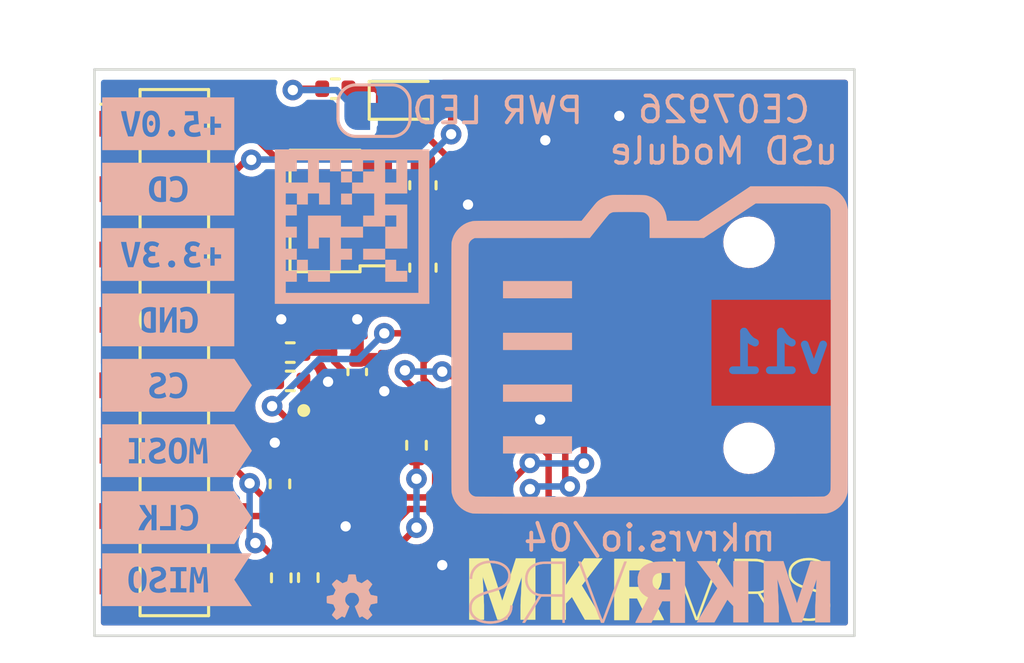
<source format=kicad_pcb>
(kicad_pcb (version 20210722) (generator pcbnew)
  (title_block (title "Makerverse Micro SD Module") (date "2021-09-14") (comment 1 "Designed at Core Electronics by Brenton Schulz") (comment 2 "Makerverse and the makerverse logo are trademarks of Core Electronics Pty Ltd.") (comment 3 "License: CCASAv4.0 https://creativecommons.org/licenses/by-sa/4.0/"))
  (layers (0 "F.Cu" signal) (31 "B.Cu" signal) (34 "B.Paste" user) (35 "F.Paste" user) (36 "B.SilkS" user "B.Silkscreen") (37 "F.SilkS" user "F.Silkscreen") (38 "B.Mask" user) (39 "F.Mask" user) (44 "Edge.Cuts" user))
  (net 0 "")
  (net 1 "+5V")
  (net 2 "GND")
  (net 3 "+3V3")
  (net 4 "Net-(D1-Pad1)")
  (net 5 "/CS")
  (net 6 "/CLK")
  (net 7 "/CD")
  (net 8 "/MOSI")
  (net 9 "/MISO")
  (net 11 "Net-(J2-Pad2)")
  (net 12 "Net-(J2-Pad3)")
  (net 14 "Net-(JP1-Pad2)")
  (net 15 "Net-(J2-Pad5)")
  (net 17 "Net-(R1-Pad1)")
  (net 18 "Net-(R6-Pad1)")
  (net 19 "Net-(R7-Pad1)")
  (footprint "Fiducial:Fiducial_1mm_Mask2mm" (layer "F.Cu") (at 150.099999 92.994256)
    (fp_text reference "FID1")
    (fp_text value "Fiducial")
    (pad "" smd circle locked (at 0 0) (size 1 1) (layers "F.Cu" "F.Mask") (clearance 0.5))
  )
  (footprint "Capacitor_SMD:C_0603_1608Metric" (layer "F.Cu") (at 154.749999 94.994256 -90)
    (fp_text reference "C1")
    (fp_text value "10uF")
    (pad "1" smd roundrect locked (at -0.775 0 270) (size 0.9 0.95) (layers "F.Cu" "F.Paste" "F.Mask") (net 1 "+5V"))
    (pad "2" smd roundrect locked (at 0.775 0 270) (size 0.9 0.95) (layers "F.Cu" "F.Paste" "F.Mask") (net 2 "GND"))
  )
  (footprint "lib:Micro-SD-9Pin" (layer "F.Cu") (at 167.409999 101.209256 90)
    (fp_text reference "J2")
    (fp_text value "Micro_SD_Card")
    (pad "" np_thru_hole circle (at -4 0 90) (size 1.5 1.5) (drill 1.5) (layers F&B.Cu *.Mask))
    (pad "" np_thru_hole circle (at 4 0 90) (size 1.5 1.5) (drill 1.5) (layers F&B.Cu *.Mask))
    (pad "1" smd rect (at 3.2 -10.45 90) (size 0.7 1.6) (layers "F.Cu" "F.Paste" "F.Mask"))
    (pad "2" smd rect (at 2.1 -10.45 90) (size 0.7 1.6) (layers "F.Cu" "F.Paste" "F.Mask") (net 11 "Net-(J2-Pad2)"))
    (pad "3" smd rect (at 1 -10.45 90) (size 0.7 1.6) (layers "F.Cu" "F.Paste" "F.Mask") (net 12 "Net-(J2-Pad3)"))
    (pad "4" smd rect (at -0.1 -10.45 90) (size 0.7 1.6) (layers "F.Cu" "F.Paste" "F.Mask") (net 3 "+3V3"))
    (pad "5" smd rect (at -1.2 -10.45 90) (size 0.7 1.6) (layers "F.Cu" "F.Paste" "F.Mask") (net 15 "Net-(J2-Pad5)"))
    (pad "6" smd rect (at -2.3 -10.45 90) (size 0.7 1.6) (layers "F.Cu" "F.Paste" "F.Mask") (net 2 "GND"))
    (pad "7" smd rect (at -3.4 -10.45 90) (size 0.7 1.6) (layers "F.Cu" "F.Paste" "F.Mask") (net 9 "/MISO"))
    (pad "8" smd rect (at -4.5 -10.45 90) (size 0.7 1.6) (layers "F.Cu" "F.Paste" "F.Mask"))
    (pad "9" smd rect (at -5.6 -10.45 90) (size 0.7 1.6) (layers "F.Cu" "F.Paste" "F.Mask") (net 7 "/CD"))
    (pad "10" smd rect (at -7 -10 90) (size 1.2 1.8) (layers "F.Cu" "F.Paste" "F.Mask") (net 2 "GND"))
    (pad "10" smd rect (at 8.85 -0.4 90) (size 1.2 2.2) (layers "F.Cu" "F.Paste" "F.Mask") (net 2 "GND"))
    (pad "10" smd rect (at -7 -0.4 90) (size 1.2 2.2) (layers "F.Cu" "F.Paste" "F.Mask") (net 2 "GND"))
    (pad "10" smd rect (at 8.05 -10 90) (size 1.2 1.8) (layers "F.Cu" "F.Paste" "F.Mask") (net 2 "GND"))
  )
  (footprint "Resistor_SMD:R_0402_1005Metric" (layer "F.Cu") (at 149.249999 110.244256 90)
    (fp_text reference "R4")
    (fp_text value "4k7")
    (pad "1" smd roundrect locked (at -0.51 0 90) (size 0.54 0.64) (layers "F.Cu" "F.Paste" "F.Mask") (net 3 "+3V3"))
    (pad "2" smd roundrect locked (at 0.51 0 90) (size 0.54 0.64) (layers "F.Cu" "F.Paste" "F.Mask") (net 8 "/MOSI"))
  )
  (footprint "Package_TO_SOT_SMD:SOT-89-3" (layer "F.Cu") (at 151.249999 95.994256 180)
    (fp_text reference "U2")
    (fp_text value "AMS1117-3.3")
    (pad "1" smd rect locked (at -1.65 -1.5 180) (size 1.3 0.9) (layers "F.Cu" "F.Paste" "F.Mask") (net 2 "GND"))
    (pad "2" smd custom locked (at -1.5625 0 180) (size 1.475 0.9) (layers "F.Cu" "F.Paste" "F.Mask") (net 3 "+3V3") (options (clearance outline) (anchor rect)) (primitives (gr_poly (pts (xy 3.8625 0.8665) (xy 0.7375 0.8665) (xy 0.7375 -0.8665) (xy 3.8625 -0.8665)) (width 0) (fill yes))))
    (pad "3" smd rect locked (at -1.65 1.5 180) (size 1.3 0.9) (layers "F.Cu" "F.Paste" "F.Mask") (net 1 "+5V"))
  )
  (footprint "CoreElectronics_Artwork:makerverse_logo_short_14.0x2.4mm" (layer "F.Cu") (at 163.549999 110.694256)
    (fp_text reference "G***" hide)
    (fp_text value "LOGO" hide)
  )
  (footprint "LED_SMD:LED_0603_1608Metric" (layer "F.Cu") (at 154.149999 91.694256)
    (fp_text reference "D1")
    (fp_text value "LED")
    (pad "1" smd roundrect locked (at -0.7875 0) (size 0.875 0.95) (layers "F.Cu" "F.Paste" "F.Mask") (net 4 "Net-(D1-Pad1)"))
    (pad "2" smd roundrect locked (at 0.7875 0) (size 0.875 0.95) (layers "F.Cu" "F.Paste" "F.Mask") (net 3 "+3V3"))
  )
  (footprint "Resistor_SMD:R_0402_1005Metric" (layer "F.Cu") (at 154.499999 105.094256 -90)
    (fp_text reference "R7")
    (fp_text value "4k7")
    (pad "1" smd roundrect locked (at -0.51 0 270) (size 0.54 0.64) (layers "F.Cu" "F.Paste" "F.Mask") (net 19 "Net-(R7-Pad1)"))
    (pad "2" smd roundrect locked (at 0.51 0 270) (size 0.54 0.64) (layers "F.Cu" "F.Paste" "F.Mask") (net 6 "/CLK"))
  )
  (footprint "CoreElectronics_Components:PinHeader_1x08_P2.54mm_Vertical_SMD_Symmetric" (layer "F.Cu") (at 145.099999 101.494256)
    (fp_text reference "J1")
    (fp_text value "Conn_01x08_Male")
    (pad "1" smd rect locked (at 1.647 -8.89) (size 2.51 1) (layers "F.Cu" "F.Paste" "F.Mask") (net 1 "+5V"))
    (pad "1" smd rect locked (at -1.655 -8.89) (size 2.51 1) (layers "F.Cu" "F.Paste" "F.Mask") (net 1 "+5V"))
    (pad "2" smd rect locked (at 1.655 -6.35) (size 2.51 1) (layers "F.Cu" "F.Paste" "F.Mask") (net 7 "/CD"))
    (pad "2" smd rect locked (at -1.647 -6.35) (size 2.51 1) (layers "F.Cu" "F.Paste" "F.Mask") (net 7 "/CD"))
    (pad "3" smd rect locked (at 1.647 -3.81) (size 2.51 1) (layers "F.Cu" "F.Paste" "F.Mask") (net 3 "+3V3"))
    (pad "3" smd rect locked (at -1.655 -3.81) (size 2.51 1) (layers "F.Cu" "F.Paste" "F.Mask") (net 3 "+3V3"))
    (pad "4" smd rect locked (at -1.647 -1.27) (size 2.51 1) (layers "F.Cu" "F.Paste" "F.Mask") (net 2 "GND"))
    (pad "4" smd rect locked (at 1.655 -1.27) (size 2.51 1) (layers "F.Cu" "F.Paste" "F.Mask") (net 2 "GND"))
    (pad "5" smd rect locked (at -1.655 1.27) (size 2.51 1) (layers "F.Cu" "F.Paste" "F.Mask") (net 5 "/CS"))
    (pad "5" smd rect locked (at 1.647 1.27) (size 2.51 1) (layers "F.Cu" "F.Paste" "F.Mask") (net 5 "/CS"))
    (pad "6" smd rect locked (at -1.647 3.81) (size 2.51 1) (layers "F.Cu" "F.Paste" "F.Mask") (net 8 "/MOSI"))
    (pad "6" smd rect locked (at 1.655 3.81) (size 2.51 1) (layers "F.Cu" "F.Paste" "F.Mask") (net 8 "/MOSI"))
    (pad "7" smd rect locked (at -1.655 6.35) (size 2.51 1) (layers "F.Cu" "F.Paste" "F.Mask") (net 6 "/CLK"))
    (pad "7" smd rect locked (at 1.647 6.35) (size 2.51 1) (layers "F.Cu" "F.Paste" "F.Mask") (net 6 "/CLK"))
    (pad "8" smd rect locked (at 1.655 8.89) (size 2.51 1) (layers "F.Cu" "F.Paste" "F.Mask") (net 9 "/MISO"))
    (pad "8" smd rect locked (at -1.647 8.89) (size 2.51 1) (layers "F.Cu" "F.Paste" "F.Mask") (net 9 "/MISO"))
  )
  (footprint "Resistor_SMD:R_0402_1005Metric" (layer "F.Cu") (at 149.599999 102.594256 180)
    (fp_text reference "R1")
    (fp_text value "4k7")
    (pad "1" smd roundrect locked (at -0.51 0 180) (size 0.54 0.64) (layers "F.Cu" "F.Paste" "F.Mask") (net 17 "Net-(R1-Pad1)"))
    (pad "2" smd roundrect locked (at 0.51 0 180) (size 0.54 0.64) (layers "F.Cu" "F.Paste" "F.Mask") (net 5 "/CS"))
  )
  (footprint "Resistor_SMD:R_0402_1005Metric" (layer "F.Cu") (at 151.349999 91.244256 180)
    (fp_text reference "R2")
    (fp_text value "4k7")
    (pad "1" smd roundrect locked (at -0.51 0 180) (size 0.54 0.64) (layers "F.Cu" "F.Paste" "F.Mask") (net 4 "Net-(D1-Pad1)"))
    (pad "2" smd roundrect locked (at 0.51 0 180) (size 0.54 0.64) (layers "F.Cu" "F.Paste" "F.Mask") (net 14 "Net-(JP1-Pad2)"))
  )
  (footprint "Fiducial:Fiducial_1mm_Mask2mm" (layer "F.Cu") (at 169.599999 105.994256)
    (fp_text reference "FID2")
    (fp_text value "Fiducial")
    (pad "" smd circle locked (at 0 0) (size 1 1) (layers "F.Cu" "F.Mask") (clearance 0.5))
  )
  (footprint "Capacitor_SMD:C_0603_1608Metric" (layer "F.Cu") (at 154.749999 98.194256 -90)
    (fp_text reference "C3")
    (fp_text value "10uF")
    (pad "1" smd roundrect locked (at -0.775 0 270) (size 0.9 0.95) (layers "F.Cu" "F.Paste" "F.Mask") (net 3 "+3V3"))
    (pad "2" smd roundrect locked (at 0.775 0 270) (size 0.9 0.95) (layers "F.Cu" "F.Paste" "F.Mask") (net 2 "GND"))
  )
  (footprint "Resistor_SMD:R_0402_1005Metric" (layer "F.Cu") (at 149.599999 101.494256 180)
    (fp_text reference "R3")
    (fp_text value "4k7")
    (pad "1" smd roundrect locked (at -0.51 0 180) (size 0.54 0.64) (layers "F.Cu" "F.Paste" "F.Mask") (net 3 "+3V3"))
    (pad "2" smd roundrect locked (at 0.51 0 180) (size 0.54 0.64) (layers "F.Cu" "F.Paste" "F.Mask") (net 5 "/CS"))
  )
  (footprint "Resistor_SMD:R_0402_1005Metric" (layer "F.Cu") (at 149.199999 106.594256 -90)
    (fp_text reference "R6")
    (fp_text value "4k7")
    (pad "1" smd roundrect locked (at -0.51 0 270) (size 0.54 0.64) (layers "F.Cu" "F.Paste" "F.Mask") (net 18 "Net-(R6-Pad1)"))
    (pad "2" smd roundrect locked (at 0.51 0 270) (size 0.54 0.64) (layers "F.Cu" "F.Paste" "F.Mask") (net 8 "/MOSI"))
  )
  (footprint "lib:QFN50P250X300X100-15N-D" (layer "F.Cu") (at 151.749999 105.494256)
    (fp_text reference "U1")
    (fp_text value "74LVC125" hide)
    (pad "1" smd rect (at -0.25 -1.45) (size 0.24 0.9) (layers "F.Cu" "F.Paste" "F.Mask") (net 2 "GND"))
    (pad "2" smd rect (at -1.2 -1 90) (size 0.24 0.9) (layers "F.Cu" "F.Paste" "F.Mask") (net 17 "Net-(R1-Pad1)"))
    (pad "3" smd rect (at -1.2 -0.5 90) (size 0.24 0.9) (layers "F.Cu" "F.Paste" "F.Mask") (net 11 "Net-(J2-Pad2)"))
    (pad "4" smd rect (at -1.2 0 90) (size 0.24 0.9) (layers "F.Cu" "F.Paste" "F.Mask") (net 2 "GND"))
    (pad "5" smd rect (at -1.2 0.5 90) (size 0.24 0.9) (layers "F.Cu" "F.Paste" "F.Mask") (net 18 "Net-(R6-Pad1)"))
    (pad "6" smd rect (at -1.2 1 90) (size 0.24 0.9) (layers "F.Cu" "F.Paste" "F.Mask") (net 12 "Net-(J2-Pad3)"))
    (pad "7" smd rect (at -0.25 1.45) (size 0.24 0.9) (layers "F.Cu" "F.Paste" "F.Mask") (net 2 "GND"))
    (pad "8" smd rect (at 0.25 1.45) (size 0.24 0.9) (layers "F.Cu" "F.Paste" "F.Mask"))
    (pad "9" smd rect (at 1.2 1 90) (size 0.24 0.9) (layers "F.Cu" "F.Paste" "F.Mask") (net 2 "GND"))
    (pad "10" smd rect (at 1.2 0.5 90) (size 0.24 0.9) (layers "F.Cu" "F.Paste" "F.Mask") (net 2 "GND"))
    (pad "11" smd rect (at 1.2 0 90) (size 0.24 0.9) (layers "F.Cu" "F.Paste" "F.Mask") (net 15 "Net-(J2-Pad5)"))
    (pad "12" smd rect (at 1.2 -0.5 90) (size 0.24 0.9) (layers "F.Cu" "F.Paste" "F.Mask") (net 19 "Net-(R7-Pad1)"))
    (pad "13" smd rect (at 1.2 -1 90) (size 0.24 0.9) (layers "F.Cu" "F.Paste" "F.Mask") (net 2 "GND"))
    (pad "14" smd rect (at 0.25 -1.45) (size 0.24 0.9) (layers "F.Cu" "F.Paste" "F.Mask") (net 3 "+3V3"))
    (pad "15" smd rect (at 0 0) (size 0.9 1.4) (layers "F.Cu" "F.Paste" "F.Mask"))
  )
  (footprint "Capacitor_SMD:C_0402_1005Metric" (layer "F.Cu") (at 152.199999 102.244256 90)
    (fp_text reference "C2")
    (fp_text value "100nF")
    (pad "1" smd roundrect locked (at -0.48 0 90) (size 0.56 0.62) (layers "F.Cu" "F.Paste" "F.Mask") (net 3 "+3V3"))
    (pad "2" smd roundrect locked (at 0.48 0 90) (size 0.56 0.62) (layers "F.Cu" "F.Paste" "F.Mask") (net 2 "GND"))
  )
  (footprint "Resistor_SMD:R_0402_1005Metric" (layer "F.Cu") (at 150.299999 110.234256 90)
    (fp_text reference "R5")
    (fp_text value "4k7")
    (pad "1" smd roundrect locked (at -0.51 0 90) (size 0.54 0.64) (layers "F.Cu" "F.Paste" "F.Mask") (net 3 "+3V3"))
    (pad "2" smd roundrect locked (at 0.51 0 90) (size 0.54 0.64) (layers "F.Cu" "F.Paste" "F.Mask") (net 6 "/CLK"))
  )
  (footprint "kibuzzard-6110B0D8" (layer "B.Cu") (at 145.205797 110.317256 180)
    (fp_text reference "kibuzzard-6110B0D8" hide)
    (fp_text value "G***" hide)
  )
  (footprint "kibuzzard-6110B094" (layer "B.Cu") (at 144.863999 100.224256 180)
    (fp_text reference "kibuzzard-6110B094" hide)
    (fp_text value "G***" hide)
  )
  (footprint "kibuzzard-6110B07E" (layer "B.Cu") (at 144.863999 97.684256 180)
    (fp_text reference "kibuzzard-6110B07E" hide)
    (fp_text value "G***" hide)
  )
  (footprint "kibuzzard-6110B06E" (layer "B.Cu") (at 144.863999 92.604256 180)
    (fp_text reference "kibuzzard-6110B06E" hide)
    (fp_text value "G***" hide)
  )
  (footprint "kibuzzard-6110B0BA" (layer "B.Cu") (at 145.205797 102.764256 180)
    (fp_text reference "kibuzzard-6110B0BA" hide)
    (fp_text value "G***" hide)
  )
  (footprint "kibuzzard-6110B0C2" (layer "B.Cu") (at 145.205797 107.904256 180)
    (fp_text reference "kibuzzard-6110B0C2" hide)
    (fp_text value "G***" hide)
  )
  (footprint "kibuzzard-6110B0C8" (layer "B.Cu") (at 145.205797 105.304256 180)
    (fp_text reference "kibuzzard-6110B0C8" hide)
    (fp_text value "G***" hide)
  )
  (footprint "CoreElectronics_Artwork:oshw" (layer "B.Cu") (at 152.007257 111 180)
    (fp_text reference "G***" hide)
    (fp_text value "LOGO" hide)
  )
  (footprint "lib:uSD-Icon-Full-Size" (layer "B.Cu") (at 163.549401 101.594256 -90)
    (fp_text reference "G***")
    (fp_text value "LOGO" hide)
  )
  (footprint "CoreElectronics_Artwork:makerverse_logo_short_14.0x2.4mm" (layer "B.Cu") (at 163.551013 110.8 180)
    (fp_text reference "G***" hide)
    (fp_text value "LOGO" hide)
  )
  (footprint "kibuzzard-6111B463" (layer "B.Cu") (at 144.863999 95.144256 180)
    (fp_text reference "kibuzzard-6111B463" hide)
    (fp_text value "G***" hide)
  )
  (footprint "CoreElectronics_Components:SolderJumper-2_P1.3mm_Bridged_RoundedPad1.0x1.5mm" (layer "B.Cu") (at 152.849999 92.094256 180)
    (fp_text reference "JP1")
    (fp_text value "SolderJumper_2_Bridged")
    (fp_poly (pts (xy 0.25 0.3) (xy -0.25 0.3) (xy -0.25 -0.3) (xy 0.25 -0.3)) (layer "B.Cu") (width 0) (fill solid))
    (pad "1" smd custom locked (at -0.65 0 180) (size 1 0.5) (layers "B.Cu" "B.Mask") (net 2 "GND") (options (clearance outline) (anchor rect)) (primitives (gr_circle (center 0 -0.25) (end 0.5 -0.25) (width 0) (fill yes)) (gr_circle (center 0 0.25) (end 0.5 0.25) (width 0) (fill yes)) (gr_poly (pts (xy 0.5 0.75) (xy 0 0.75) (xy 0 -0.75) (xy 0.5 -0.75)) (width 0) (fill yes))))
    (pad "2" smd custom locked (at 0.65 0 180) (size 1 0.5) (layers "B.Cu" "B.Mask") (net 14 "Net-(JP1-Pad2)") (options (clearance outline) (anchor rect)) (primitives (gr_circle (center 0 -0.25) (end 0.5 -0.25) (width 0) (fill yes)) (gr_circle (center 0 0.25) (end 0.5 0.25) (width 0) (fill yes)) (gr_poly (pts (xy 0 0.75) (xy -0.5 0.75) (xy -0.5 -0.75) (xy 0 -0.75)) (width 0) (fill yes))))
  )
  (footprint "lib:CE07926" (layer "B.Cu") (at 152 96.6 180)
    (fp_text reference "G***")
    (fp_text value "LOGO" hide)
  )
  (gr_line (start 141.999999 90.494256) (end 171.499999 90.494256) (layer "Edge.Cuts") (width 0.1))
  (gr_line (start 171.499999 112.494256) (end 141.999999 112.494256) (layer "Edge.Cuts") (width 0.1))
  (gr_line (start 171.499999 90.494256) (end 171.499999 112.494256) (layer "Edge.Cuts") (width 0.1))
  (gr_line (start 141.999999 112.494256) (end 141.999999 90.494256) (layer "Edge.Cuts") (width 0.1))
  (gr_text "v11" (at 168.5 101.5) (layer "B.Cu") (effects (font (size 1.5 1.5) (thickness 0.3)) (justify mirror)))
  (gr_text "CE07926\nuSD Module" (at 166.435999 92.858256) (layer "B.SilkS") (effects (font (size 1 1)) (justify mirror)))
  (gr_text "mkrvrs.io/04" (at 163.549999 108.7) (layer "B.SilkS") (effects (font (size 1 1)) (justify mirror)))
  (gr_text "PWR LED" (at 157.647599 92.094256) (layer "B.SilkS") (effects (font (size 1 1)) (justify mirror)))
  (segment (start 143.444999 92.604256) (end 146.746999 92.604256) (width 0.25) (layer "F.Cu") (net 1))
  (segment (start 146.746999 92.604256) (end 147.709999 92.604256) (width 0.25) (layer "F.Cu") (net 1))
  (segment (start 154.474999 94.494256) (end 154.749999 94.219256) (width 0.25) (layer "F.Cu") (net 1))
  (segment (start 149.599999 94.494256) (end 152.899999 94.494256) (width 0.25) (layer "F.Cu") (net 1))
  (segment (start 152.899999 94.494256) (end 154.474999 94.494256) (width 0.25) (layer "F.Cu") (net 1))
  (segment (start 147.709999 92.604256) (end 149.599999 94.494256) (width 0.25) (layer "F.Cu") (net 1))
  (segment (start 151.499999 106.944256) (end 151.499999 107.994256) (width 0.25) (layer "F.Cu") (net 2))
  (segment (start 155.569255 109.75) (end 155.5 109.75) (width 0.25) (layer "F.Cu") (net 2))
  (segment (start 154.749999 95.769256) (end 156.474999 95.769256) (width 0.25) (layer "F.Cu") (net 2))
  (segment (start 149.499999 105.494256) (end 148.999999 104.994256) (width 0.25) (layer "F.Cu") (net 2))
  (segment (start 151.499999 104.044256) (end 151.499999 103.059664) (width 0.25) (layer "F.Cu") (net 2))
  (segment (start 167.009999 92.359256) (end 163.574799 92.359256) (width 0.25) (layer "F.Cu") (net 2))
  (segment (start 157.409999 93.159256) (end 159.414999 93.159256) (width 0.25) (layer "F.Cu") (net 2))
  (segment (start 151.499999 103.059664) (end 151.067295 102.62696) (width 0.25) (layer "F.Cu") (net 2))
  (segment (start 150.549999 105.494256) (end 149.499999 105.494256) (width 0.25) (layer "F.Cu") (net 2))
  (segment (start 146.754999 100.224256) (end 149.225743 100.224256) (width 0.25) (layer "F.Cu") (net 2))
  (segment (start 151.499999 107.994256) (end 151.749999 108.244256) (width 0.25) (layer "F.Cu") (net 2))
  (segment (start 163.574799 92.359256) (end 163.514999 92.299456) (width 0.25) (layer "F.Cu") (net 2))
  (segment (start 157.409999 108.209256) (end 157.109999 108.209256) (width 0.25) (layer "F.Cu") (net 2))
  (segment (start 149.225743 100.224256) (end 149.249999 100.2) (width 0.25) (layer "F.Cu") (net 2))
  (segment (start 152.949999 103.294256) (end 153.249999 102.994256) (width 0.25) (layer "F.Cu") (net 2))
  (segment (start 152.949999 104.494256) (end 152.949999 103.294256) (width 0.25) (layer "F.Cu") (net 2))
  (segment (start 156.474999 95.769256) (end 156.499999 95.744256) (width 0.25) (layer "F.Cu") (net 2))
  (segment (start 159.414999 93.159256) (end 159.499999 93.244256) (width 0.25) (layer "F.Cu") (net 2))
  (via (at 151.067295 102.62696) (size 0.8) (drill 0.4) (layers "F.Cu" "B.Cu") (net 2))
  (via (at 162.371999 92.299456) (size 0.8) (drill 0.4) (layers "F.Cu" "B.Cu") (net 2))
  (via (at 151.749999 108.244256) (size 0.8) (drill 0.4) (layers "F.Cu" "B.Cu") (net 2))
  (via (at 155.5 109.75) (size 0.8) (drill 0.4) (layers "F.Cu" "B.Cu") (net 2))
  (via (at 156.499999 95.744256) (size 0.8) (drill 0.4) (layers "F.Cu" "B.Cu") (net 2))
  (via (at 159.499999 93.244256) (size 0.8) (drill 0.4) (layers "F.Cu" "B.Cu") (net 2))
  (via (at 148.999999 104.994256) (size 0.8) (drill 0.4) (layers "F.Cu" "B.Cu") (net 2))
  (via (at 152.2 100.2) (size 0.8) (drill 0.4) (layers "F.Cu" "B.Cu") (net 2))
  (via (at 153.249999 102.994256) (size 0.8) (drill 0.4) (layers "F.Cu" "B.Cu") (net 2))
  (via (at 149.249999 100.2) (size 0.8) (drill 0.4) (layers "F.Cu" "B.Cu") (net 2))
  (via (at 159.299999 104.094256) (size 0.8) (drill 0.4) (layers "F.Cu" "B.Cu") (net 2))
  (segment (start 151.299999 97.794256) (end 151.124999 97.619256) (width 0.25) (layer "F.Cu") (net 3))
  (segment (start 151.299999 101.494256) (end 151.299999 97.794256) (width 0.25) (layer "F.Cu") (net 3))
  (segment (start 150.109999 101.494256) (end 151.299999 101.494256) (width 0.25) (layer "F.Cu") (net 3))
  (segment (start 158.255744 110.744256) (end 158.899999 110.100001) (width 0.25) (layer "F.Cu") (net 3))
  (segment (start 153.999999 96.744256) (end 154.799999 96.744256) (width 0.25) (layer "F.Cu") (net 3))
  (segment (start 160.275499 102.069756) (end 160.275499 106.519756) (width 0.25) (layer "F.Cu") (net 3))
  (segment (start 154.799999 96.744256) (end 156.499999 96.744256) (width 0.25) (layer "F.Cu") (net 3))
  (segment (start 151.059999 97.684256) (end 151.124999 97.619256) (width 0.25) (layer "F.Cu") (net 3))
  (segment (start 157.2245 95.415557) (end 157.2245 96.044355) (width 0.25) (layer "F.Cu") (net 3))
  (segment (start 153.249999 95.994256) (end 153.999999 96.744256) (width 0.25) (layer "F.Cu") (net 3))
  (segment (start 158.699999 100.494256) (end 160.275499 102.069756) (width 0.25) (layer "F.Cu") (net 3))
  (segment (start 154.749999 97.419256) (end 154.749999 96.794256) (width 0.25) (layer "F.Cu") (net 3))
  (segment (start 146.746999 97.684256) (end 151.059999 97.684256) (width 0.25) (layer "F.Cu") (net 3))
  (segment (start 152.199999 102.724256) (end 152.189189 102.724256) (width 0.25) (layer "F.Cu") (net 3))
  (segment (start 154.937499 93.128556) (end 157.2245 95.415557) (width 0.25) (layer "F.Cu") (net 3))
  (segment (start 158.699999 97.294256) (end 158.699999 100.494256) (width 0.25) (layer "F.Cu") (net 3))
  (segment (start 158.899999 106.803772) (end 158.904757 106.799014) (width 0.25) (layer "F.Cu") (net 3))
  (segment (start 158.149999 96.744256) (end 158.699999 97.294256) (width 0.25) (layer "F.Cu") (net 3))
  (segment (start 151.999999 104.044256) (end 151.999999 102.724256) (width 0.25) (layer "F.Cu") (net 3))
  (segment (start 152.812499 95.994256) (end 153.249999 95.994256) (width 0.25) (layer "F.Cu") (net 3))
  (segment (start 156.959999 101.309256) (end 157.884999 101.309256) (width 0.25) (layer "F.Cu") (net 3))
  (segment (start 152.189189 102.724256) (end 151.299999 101.835066) (width 0.25) (layer "F.Cu") (net 3))
  (segment (start 158.899999 110.100001) (end 158.899999 106.803772) (width 0.25) (layer "F.Cu") (net 3))
  (segment (start 149.259999 110.744256) (end 149.249999 110.754256) (width 0.25) (layer "F.Cu") (net 3))
  (segment (start 150.299999 110.744256) (end 158.255744 110.744256) (width 0.25) (layer "F.Cu") (net 3))
  (segment (start 156.499999 96.744256) (end 158.149999 96.744256) (width 0.25) (layer "F.Cu") (net 3))
  (segment (start 157.2245 96.044355) (end 156.524599 96.744256) (width 0.25) (layer "F.Cu") (net 3))
  (segment (start 150.299999 110.744256) (end 149.259999 110.744256) (width 0.25) (layer "F.Cu") (net 3))
  (segment (start 157.884999 101.309256) (end 158.699999 100.494256) (width 0.25) (layer "F.Cu") (net 3))
  (segment (start 151.249999 95.994256) (end 151.124999 96.119256) (width 0.25) (layer "F.Cu") (net 3))
  (segment (start 160.275499 106.519756) (end 160.449999 106.694256) (width 0.25) (layer "F.Cu") (net 3))
  (segment (start 143.444999 97.684256) (end 146.746999 97.684256) (width 0.25) (layer "F.Cu") (net 3))
  (segment (start 151.299999 101.835066) (end 151.299999 101.494256) (width 0.25) (layer "F.Cu") (net 3))
  (segment (start 154.749999 96.794256) (end 154.799999 96.744256) (width 0.25) (layer "F.Cu") (net 3))
  (segment (start 151.124999 96.119256) (end 151.124999 97.619256) (width 0.25) (layer "F.Cu") (net 3))
  (segment (start 152.812499 95.994256) (end 151.249999 95.994256) (width 0.25) (layer "F.Cu") (net 3))
  (segment (start 154.937499 91.694256) (end 154.937499 93.128556) (width 0.25) (layer "F.Cu") (net 3))
  (segment (start 156.524599 96.744256) (end 156.499999 96.744256) (width 0.25) (layer "F.Cu") (net 3))
  (via (at 160.449999 106.694256) (size 0.8) (drill 0.4) (layers "F.Cu" "B.Cu") (net 3))
  (via (at 158.904757 106.799014) (size 0.8) (drill 0.4) (layers "F.Cu" "B.Cu") (net 3))
  (segment (start 159.009515 106.694256) (end 158.904757 106.799014) (width 0.25) (layer "B.Cu") (net 3))
  (segment (start 160.449999 106.694256) (end 159.009515 106.694256) (width 0.25) (layer "B.Cu") (net 3))
  (segment (start 152.912499 91.244256) (end 153.362499 91.694256) (width 0.25) (layer "F.Cu") (net 4))
  (segment (start 151.859999 91.244256) (end 152.912499 91.244256) (width 0.25) (layer "F.Cu") (net 4))
  (segment (start 146.746999 102.764256) (end 148.919999 102.764256) (width 0.25) (layer "F.Cu") (net 5))
  (segment (start 148.919999 102.764256) (end 149.089999 102.594256) (width 0.25) (layer "F.Cu") (net 5))
  (segment (start 143.444999 102.764256) (end 146.746999 102.764256) (width 0.25) (layer "F.Cu") (net 5))
  (segment (start 149.089999 102.594256) (end 149.089999 101.494256) (width 0.25) (layer "F.Cu") (net 5))
  (segment (start 154.499999 105.604256) (end 154.5 106.395744) (width 0.25) (layer "F.Cu") (net 6))
  (segment (start 146.746999 107.844256) (end 149.449999 107.844256) (width 0.25) (layer "F.Cu") (net 6))
  (segment (start 150.299999 108.694256) (end 150.299999 109.724256) (width 0.25) (layer "F.Cu") (net 6))
  (segment (start 149.449999 107.844256) (end 150.299999 108.694256) (width 0.25) (layer "F.Cu") (net 6))
  (segment (start 150.299999 109.724256) (end 153.069999 109.724256) (width 0.25) (layer "F.Cu") (net 6))
  (segment (start 153.069999 109.724256) (end 154.499999 108.294256) (width 0.25) (layer "F.Cu") (net 6))
  (segment (start 143.444999 107.844256) (end 146.746999 107.844256) (width 0.25) (layer "F.Cu") (net 6))
  (segment (start 146.8715 107.968757) (end 146.746999 107.844256) (width 0.25) (layer "F.Cu") (net 6))
  (via (at 154.499999 108.294256) (size 0.8) (drill 0.4) (layers "F.Cu" "B.Cu") (net 6))
  (via (at 154.5 106.395744) (size 0.8) (drill 0.4) (layers "F.Cu" "B.Cu") (net 6))
  (segment (start 154.499999 108.294256) (end 154.5 106.395744) (width 0.25) (layer "B.Cu") (net 6))
  (segment (start 160.399999 91.994256) (end 161 92.594257) (width 0.25) (layer "F.Cu") (net 7))
  (segment (start 155.844199 93.010656) (end 155.844199 92.095056) (width 0.25) (layer "F.Cu") (net 7))
  (segment (start 146.754999 95.144256) (end 147.8927 94.006555) (width 0.25) (layer "F.Cu") (net 7))
  (segment (start 157.869916 106.809256) (end 158.900618 105.778554) (width 0.25) (layer "F.Cu") (net 7))
  (segment (start 146.754999 95.144256) (end 143.452999 95.144256) (width 0.25) (layer "F.Cu") (net 7))
  (segment (start 156.959999 106.809256) (end 157.869916 106.809256) (width 0.25) (layer "F.Cu") (net 7))
  (segment (start 155.944999 91.994256) (end 160.399999 91.994256) (width 0.25) (layer "F.Cu") (net 7))
  (segment (start 161 92.594257) (end 161 105.8) (width 0.25) (layer "F.Cu") (net 7))
  (segment (start 155.844199 92.095056) (end 155.944999 91.994256) (width 0.25) (layer "F.Cu") (net 7))
  (segment (start 147.8927 94.006555) (end 148.0877 94.006555) (width 0.25) (layer "F.Cu") (net 7))
  (via (at 158.900618 105.778554) (size 0.8) (drill 0.4) (layers "F.Cu" "B.Cu") (net 7))
  (via (at 148.0877 94.006555) (size 0.8) (drill 0.4) (layers "F.Cu" "B.Cu") (net 7))
  (via (at 155.844199 93.010656) (size 0.8) (drill 0.4) (layers "F.Cu" "B.Cu") (net 7))
  (via (at 161 105.8) (size 0.8) (drill 0.4) (layers "F.Cu" "B.Cu") (net 7))
  (segment (start 148.0877 94.006555) (end 148.099999 93.994256) (width 0.25) (layer "B.Cu") (net 7))
  (segment (start 158.900618 105.778554) (end 158.922064 105.8) (width 0.25) (layer "B.Cu") (net 7))
  (segment (start 154.860599 93.994256) (end 155.844199 93.010656) (width 0.25) (layer "B.Cu") (net 7))
  (segment (start 148.099999 93.994256) (end 154.860599 93.994256) (width 0.25) (layer "B.Cu") (net 7))
  (segment (start 158.922064 105.8) (end 161 105.8) (width 0.25) (layer "B.Cu") (net 7))
  (segment (start 146.754999 105.55518) (end 146.754999 105.304256) (width 0.25) (layer "F.Cu") (net 8))
  (segment (start 146.754999 105.304256) (end 143.452999 105.304256) (width 0.25) (layer "F.Cu") (net 8))
  (segment (start 149.199999 107.104256) (end 148.554999 107.104256) (width 0.25) (layer "F.Cu") (net 8))
  (segment (start 148.408731 108.892988) (end 149.249999 109.734256) (width 0.25) (layer "F.Cu") (net 8))
  (segment (start 148.554999 107.104256) (end 146.754999 105.304256) (width 0.25) (layer "F.Cu") (net 8))
  (segment (start 148.243441 108.892988) (end 148.408731 108.892988) (width 0.25) (layer "F.Cu") (net 8))
  (segment (start 143.452999 105.304256) (end 143.189999 105.304256) (width 0.25) (layer "F.Cu") (net 8))
  (via (at 148.022499 106.571756) (size 0.8) (drill 0.4) (layers "F.Cu" "B.Cu") (net 8))
  (via (at 148.243441 108.892988) (size 0.8) (drill 0.4) (layers "F.Cu" "B.Cu") (net 8))
  (segment (start 148.022499 106.571756) (end 148.022499 108.672046) (width 0.25) (layer "B.Cu") (net 8))
  (segment (start 148.022499 108.672046) (end 148.243441 108.892988) (width 0.25) (layer "B.Cu") (net 8))
  (segment (start 159.629258 110.292597) (end 159.629258 105.482594) (width 0.25) (layer "F.Cu") (net 9))
  (segment (start 159.629258 105.482594) (end 158.75592 104.609256) (width 0.25) (layer "F.Cu") (net 9))
  (segment (start 158.427599 111.494256) (end 159.629258 110.292597) (width 0.25) (layer "F.Cu") (net 9))
  (segment (start 146.754999 110.384256) (end 143.452999 110.384256) (width 0.25) (layer "F.Cu") (net 9))
  (segment (start 158.75592 104.609256) (end 156.959999 104.609256) (width 0.25) (layer "F.Cu") (net 9))
  (segment (start 146.754999 110.384256) (end 147.864999 111.494256) (width 0.25) (layer "F.Cu") (net 9))
  (segment (start 147.864999 111.494256) (end 158.427599 111.494256) (width 0.25) (layer "F.Cu") (net 9))
  (segment (start 149.775488 104.369745) (end 148.980348 103.574605) (width 0.25) (layer "F.Cu") (net 11))
  (segment (start 149.830977 104.994256) (end 149.775488 104.938767) (width 0.25) (layer "F.Cu") (net 11))
  (segment (start 149.775488 104.938767) (end 149.775488 104.369745) (width 0.25) (layer "F.Cu") (net 11))
  (segment (start 154.699999 100.744256) (end 156.334999 99.109256) (width 0.25) (layer "F.Cu") (net 11))
  (segment (start 150.549999 104.994256) (end 149.830977 104.994256) (width 0.25) (layer "F.Cu") (net 11))
  (segment (start 156.334999 99.109256) (end 156.959999 99.109256) (width 0.25) (layer "F.Cu") (net 11))
  (segment (start 148.980348 103.574605) (end 148.895051 103.574605) (width 0.25) (layer "F.Cu") (net 11))
  (segment (start 153.249999 100.744256) (end 154.699999 100.744256) (width 0.25) (layer "F.Cu") (net 11))
  (via (at 148.895051 103.574605) (size 0.8) (drill 0.4) (layers "F.Cu" "B.Cu") (net 11))
  (via (at 153.249999 100.744256) (size 0.8) (drill 0.4) (layers "F.Cu" "B.Cu") (net 11))
  (segment (start 152.249999 101.744256) (end 153.249999 100.744256) (width 0.25) (layer "B.Cu") (net 11))
  (segment (start 148.895051 103.574605) (end 150.7254 101.744256) (width 0.25) (layer "B.Cu") (net 11))
  (segment (start 150.7254 101.744256) (end 152.249999 101.744256) (width 0.25) (layer "B.Cu") (net 11))
  (segment (start 156.434999 100.209256) (end 156.959999 100.209256) (width 0.25) (layer "F.Cu") (net 12))
  (segment (start 150.549999 108.068856) (end 151.4499 108.968757) (width 0.25) (layer "F.Cu") (net 12))
  (segment (start 155.674011 106.980548) (end 155.674011 103.43105) (width 0.25) (layer "F.Cu") (net 12))
  (segment (start 155.674011 103.43105) (end 154.775498 102.532537) (width 0.25) (layer "F.Cu") (net 12))
  (segment (start 151.4499 108.968757) (end 152.800898 108.968757) (width 0.25) (layer "F.Cu") (net 12))
  (segment (start 150.549999 106.494256) (end 150.549999 108.068856) (width 0.25) (layer "F.Cu") (net 12))
  (segment (start 154.775498 101.868757) (end 156.434999 100.209256) (width 0.25) (layer "F.Cu") (net 12))
  (segment (start 152.800898 108.968757) (end 154.1999 107.569755) (width 0.25) (layer "F.Cu") (net 12))
  (segment (start 154.1999 107.569755) (end 155.084804 107.569755) (width 0.25) (layer "F.Cu") (net 12))
  (segment (start 155.084804 107.569755) (end 155.674011 106.980548) (width 0.25) (layer "F.Cu") (net 12))
  (segment (start 154.775498 102.532537) (end 154.775498 101.868757) (width 0.25) (layer "F.Cu") (net 12))
  (segment (start 149.749999 91.244256) (end 149.699999 91.294256) (width 0.25) (layer "F.Cu") (net 14))
  (segment (start 150.839999 91.244256) (end 149.749999 91.244256) (width 0.25) (layer "F.Cu") (net 14))
  (via (at 149.699999 91.294256) (size 0.8) (drill 0.4) (layers "F.Cu" "B.Cu") (net 14))
  (segment (start 151.399999 91.294256) (end 149.699999 91.294256) (width 0.25) (layer "B.Cu") (net 14))
  (segment (start 152.199999 92.094256) (end 151.399999 91.294256) (width 0.25) (layer "B.Cu") (net 14))
  (segment (start 154.101388 107.120245) (end 154.898611 107.120244) (width 0.25) (layer "F.Cu") (net 15))
  (segment (start 152.949999 105.494256) (end 153.669021 105.494256) (width 0.25) (layer "F.Cu") (net 15))
  (segment (start 155.2245 103.718757) (end 154.050998 102.545255) (width 0.25) (layer "F.Cu") (net 15))
  (segment (start 153.72451 106.743367) (end 154.101388 107.120245) (width 0.25) (layer "F.Cu") (net 15))
  (segment (start 156.959999 102.409256) (end 155.676817 102.409256) (width 0.25) (layer "F.Cu") (net 15))
  (segment (start 153.669021 105.494256) (end 153.72451 105.549745) (width 0.25) (layer "F.Cu") (net 15))
  (segment (start 153.72451 105.549745) (end 153.72451 106.743367) (width 0.25) (layer "F.Cu") (net 15))
  (segment (start 155.676817 102.409256) (end 155.499999 102.232438) (width 0.25) (layer "F.Cu") (net 15))
  (segment (start 154.898611 107.120244) (end 155.2245 106.794355) (width 0.25) (layer "F.Cu") (net 15))
  (segment (start 155.2245 106.794355) (end 155.2245 103.718757) (width 0.25) (layer "F.Cu") (net 15))
  (segment (start 155.673181 102.059256) (end 155.499999 102.232438) (width 0.25) (layer "F.Cu") (net 15))
  (segment (start 154.050998 102.545255) (end 154.050998 102.184077) (width 0.25) (layer "F.Cu") (net 15))
  (via (at 154.050998 102.184077) (size 0.8) (drill 0.4) (layers "F.Cu" "B.Cu") (net 15))
  (via (at 155.499999 102.232438) (size 0.8) (drill 0.4) (layers "F.Cu" "B.Cu") (net 15))
  (segment (start 155.499999 102.232438) (end 154.099359 102.232438) (width 0.25) (layer "B.Cu") (net 15))
  (segment (start 154.099359 102.232438) (end 154.050998 102.184077) (width 0.25) (layer "B.Cu") (net 15))
  (segment (start 150.109999 104.054256) (end 150.109999 102.594256) (width 0.25) (layer "F.Cu") (net 17))
  (segment (start 150.549999 104.494256) (end 150.109999 104.054256) (width 0.25) (layer "F.Cu") (net 17))
  (segment (start 149.289999 105.994256) (end 149.199999 106.084256) (width 0.25) (layer "F.Cu") (net 18))
  (segment (start 150.549999 105.994256) (end 149.289999 105.994256) (width 0.25) (layer "F.Cu") (net 18))
  (segment (start 152.949999 104.994256) (end 154.089999 104.994256) (width 0.25) (layer "F.Cu") (net 19))
  (segment (start 154.089999 104.994256) (end 154.499999 104.584256) (width 0.25) (layer "F.Cu") (net 19))
  (zone (net 2) (net_name "GND") (layers F&B.Cu) (connect_pads (clearance 0.25)) (min_thickness 0.21) (fill yes (thermal_gap 0.508) (thermal_bridge_width 0.508))
    (polygon (pts (xy 171.499999 112.494256) (xy 141.999999 112.494256) (xy 141.999999 90.494256) (xy 171.499999 90.494256)))
  )
  (zone (net 0) (net_name "") (layer "F.Cu") (connect_pads (clearance 0)) (min_thickness 0.254)
    (keepout (tracks not_allowed) (vias not_allowed) (pads not_allowed) (copperpour not_allowed) (footprints allowed))
    (fill (thermal_gap 0.508) (thermal_bridge_width 0.508))
    (polygon (pts (xy 163.9 107.1) (xy 161.4 107.1) (xy 161.4 97.5) (xy 163.9 97.5)))
  )
  (zone (net 0) (net_name "") (layers F&B.Cu) (connect_pads (clearance 0)) (min_thickness 0.254)
    (keepout (tracks not_allowed) (vias not_allowed) (pads not_allowed) (copperpour not_allowed) (footprints not_allowed))
    (fill (thermal_gap 0.508) (thermal_bridge_width 0.508))
    (polygon (pts (xy 171.599999 112.494256) (xy 141.999999 112.494256) (xy 141.999999 112.094256) (xy 171.599999 112.094256)))
  )
  (zone (net 0) (net_name "") (layers F&B.Cu) (connect_pads (clearance 0)) (min_thickness 0.254)
    (keepout (tracks not_allowed) (vias not_allowed) (pads not_allowed) (copperpour not_allowed) (footprints not_allowed))
    (fill (thermal_gap 0.508) (thermal_bridge_width 0.508))
    (polygon (pts (xy 171.599999 90.894256) (xy 141.999999 90.894256) (xy 141.999999 90.494256) (xy 171.599999 90.494256)))
  )
)
</source>
